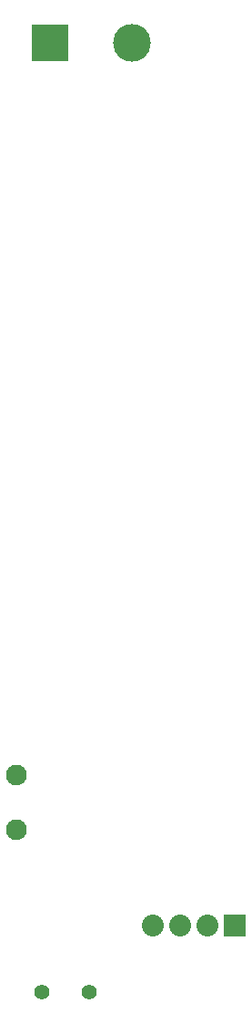
<source format=gbs>
G04 (created by PCBNEW (2013-mar-13)-testing) date Wed 26 Jun 2013 08:45:53 PM NZST*
%MOIN*%
G04 Gerber Fmt 3.4, Leading zero omitted, Abs format*
%FSLAX34Y34*%
G01*
G70*
G90*
G04 APERTURE LIST*
%ADD10C,0.005906*%
%ADD11C,0.055400*%
%ADD12R,0.138100X0.138100*%
%ADD13C,0.138100*%
%ADD14C,0.076000*%
%ADD15R,0.080000X0.080000*%
%ADD16C,0.080000*%
G04 APERTURE END LIST*
G54D10*
G54D11*
X21574Y-45472D03*
X19842Y-45472D03*
G54D12*
X20158Y-10787D03*
G54D13*
X23150Y-10787D03*
G54D14*
X18921Y-39541D03*
X18921Y-37541D03*
G54D15*
X26933Y-43031D03*
G54D16*
X25933Y-43031D03*
X24933Y-43031D03*
X23933Y-43031D03*
M02*

</source>
